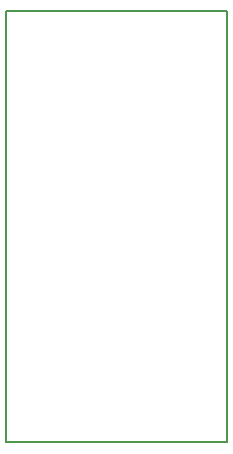
<source format=gbr>
G04 #@! TF.FileFunction,Profile,NP*
%FSLAX46Y46*%
G04 Gerber Fmt 4.6, Leading zero omitted, Abs format (unit mm)*
G04 Created by KiCad (PCBNEW 4.0.7) date 04/15/18 07:55:41*
%MOMM*%
%LPD*%
G01*
G04 APERTURE LIST*
%ADD10C,0.100000*%
%ADD11C,0.150000*%
G04 APERTURE END LIST*
D10*
D11*
X165417500Y-139700000D02*
X146748500Y-139700000D01*
X165417500Y-103187500D02*
X165417500Y-139700000D01*
X146748500Y-103187500D02*
X165417500Y-103187500D01*
X146748500Y-139700000D02*
X146748500Y-103187500D01*
M02*

</source>
